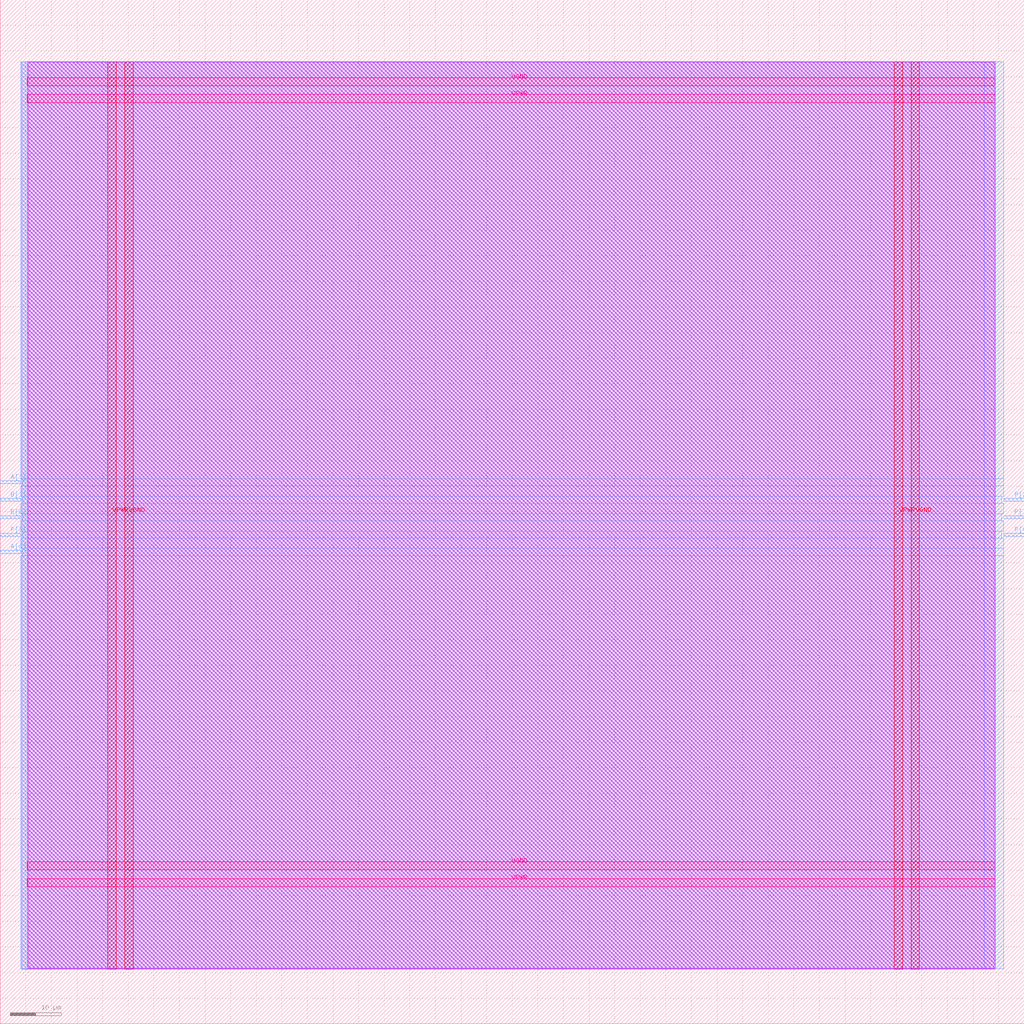
<source format=lef>
VERSION 5.7 ;
  NOWIREEXTENSIONATPIN ON ;
  DIVIDERCHAR "/" ;
  BUSBITCHARS "[]" ;
MACRO SarsaNada_e8
  CLASS BLOCK ;
  FOREIGN SarsaNada_e8 ;
  ORIGIN 0.000 0.000 ;
  SIZE 200.000 BY 200.000 ;
  PIN A[0]
    DIRECTION INPUT ;
    USE SIGNAL ;
    ANTENNAGATEAREA 0.196500 ;
    PORT
      LAYER met3 ;
        RECT 0.000 91.840 4.000 92.440 ;
    END
  END A[0]
  PIN A[1]
    DIRECTION INPUT ;
    USE SIGNAL ;
    ANTENNAGATEAREA 0.196500 ;
    PORT
      LAYER met3 ;
        RECT 0.000 105.440 4.000 106.040 ;
    END
  END A[1]
  PIN B[0]
    DIRECTION INPUT ;
    USE SIGNAL ;
    ANTENNAGATEAREA 0.196500 ;
    PORT
      LAYER met3 ;
        RECT 0.000 98.640 4.000 99.240 ;
    END
  END B[0]
  PIN B[1]
    DIRECTION INPUT ;
    USE SIGNAL ;
    ANTENNAGATEAREA 0.196500 ;
    PORT
      LAYER met3 ;
        RECT 0.000 102.040 4.000 102.640 ;
    END
  END B[1]
  PIN P[0]
    DIRECTION OUTPUT ;
    USE SIGNAL ;
    ANTENNADIFFAREA 0.445500 ;
    PORT
      LAYER met3 ;
        RECT 196.000 95.240 200.000 95.840 ;
    END
  END P[0]
  PIN P[1]
    DIRECTION OUTPUT ;
    USE SIGNAL ;
    ANTENNADIFFAREA 0.445500 ;
    PORT
      LAYER met3 ;
        RECT 196.000 98.640 200.000 99.240 ;
    END
  END P[1]
  PIN P[2]
    DIRECTION OUTPUT ;
    USE SIGNAL ;
    ANTENNADIFFAREA 0.445500 ;
    PORT
      LAYER met3 ;
        RECT 196.000 102.040 200.000 102.640 ;
    END
  END P[2]
  PIN P[3]
    DIRECTION OUTPUT ;
    USE SIGNAL ;
    ANTENNADIFFAREA 0.445500 ;
    PORT
      LAYER met3 ;
        RECT 0.000 95.240 4.000 95.840 ;
    END
  END P[3]
  PIN VGND
    DIRECTION INOUT ;
    USE GROUND ;
    PORT
      LAYER met4 ;
        RECT 24.340 10.640 25.940 187.920 ;
    END
    PORT
      LAYER met4 ;
        RECT 177.940 10.640 179.540 187.920 ;
    END
    PORT
      LAYER met5 ;
        RECT 5.280 30.030 194.360 31.630 ;
    END
    PORT
      LAYER met5 ;
        RECT 5.280 183.210 194.360 184.810 ;
    END
  END VGND
  PIN VPWR
    DIRECTION INOUT ;
    USE POWER ;
    PORT
      LAYER met4 ;
        RECT 21.040 10.640 22.640 187.920 ;
    END
    PORT
      LAYER met4 ;
        RECT 174.640 10.640 176.240 187.920 ;
    END
    PORT
      LAYER met5 ;
        RECT 5.280 26.730 194.360 28.330 ;
    END
    PORT
      LAYER met5 ;
        RECT 5.280 179.910 194.360 181.510 ;
    END
  END VPWR
  OBS
      LAYER nwell ;
        RECT 5.330 10.795 194.310 187.870 ;
      LAYER li1 ;
        RECT 5.520 10.795 194.120 187.765 ;
      LAYER met1 ;
        RECT 4.210 10.640 194.120 187.920 ;
      LAYER met2 ;
        RECT 4.230 10.695 192.190 187.865 ;
      LAYER met3 ;
        RECT 3.990 106.440 196.000 187.845 ;
        RECT 4.400 105.040 196.000 106.440 ;
        RECT 3.990 103.040 196.000 105.040 ;
        RECT 4.400 101.640 195.600 103.040 ;
        RECT 3.990 99.640 196.000 101.640 ;
        RECT 4.400 98.240 195.600 99.640 ;
        RECT 3.990 96.240 196.000 98.240 ;
        RECT 4.400 94.840 195.600 96.240 ;
        RECT 3.990 92.840 196.000 94.840 ;
        RECT 4.400 91.440 196.000 92.840 ;
        RECT 3.990 10.715 196.000 91.440 ;
  END
END SarsaNada_e8
END LIBRARY


</source>
